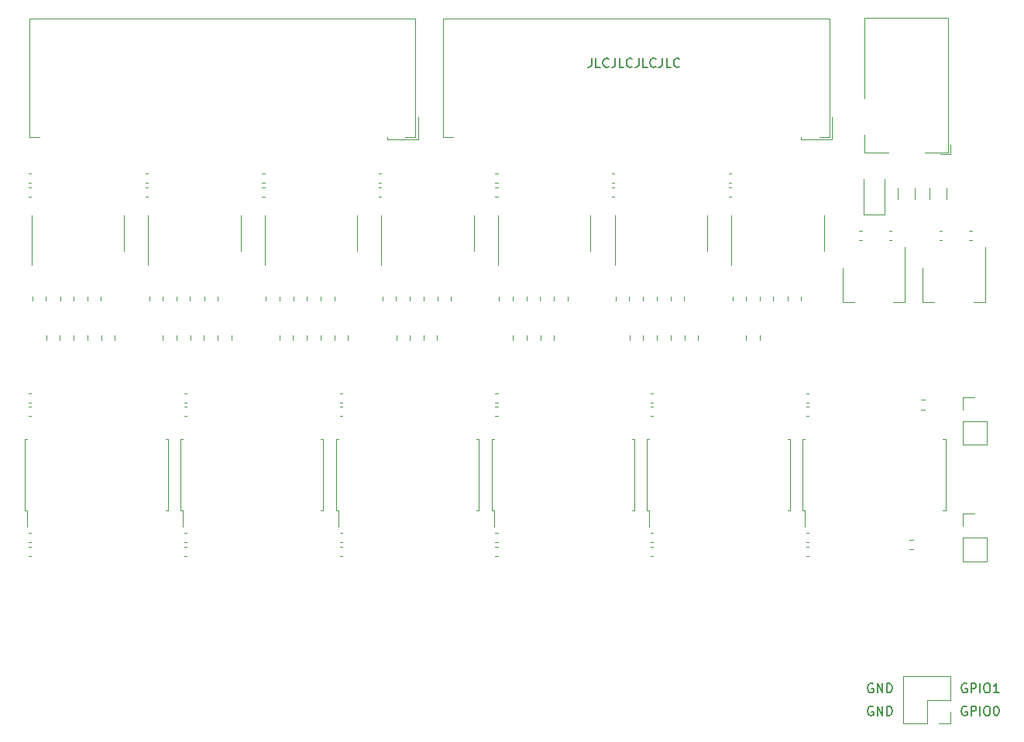
<source format=gbr>
%TF.GenerationSoftware,KiCad,Pcbnew,7.0.8*%
%TF.CreationDate,2023-10-20T14:11:59-05:00*%
%TF.ProjectId,breakout1,62726561-6b6f-4757-9431-2e6b69636164,rev?*%
%TF.SameCoordinates,Original*%
%TF.FileFunction,Legend,Top*%
%TF.FilePolarity,Positive*%
%FSLAX46Y46*%
G04 Gerber Fmt 4.6, Leading zero omitted, Abs format (unit mm)*
G04 Created by KiCad (PCBNEW 7.0.8) date 2023-10-20 14:11:59*
%MOMM*%
%LPD*%
G01*
G04 APERTURE LIST*
%ADD10C,0.150000*%
%ADD11C,0.120000*%
G04 APERTURE END LIST*
D10*
X175122493Y-43119819D02*
X175122493Y-43834104D01*
X175122493Y-43834104D02*
X175074874Y-43976961D01*
X175074874Y-43976961D02*
X174979636Y-44072200D01*
X174979636Y-44072200D02*
X174836779Y-44119819D01*
X174836779Y-44119819D02*
X174741541Y-44119819D01*
X176074874Y-44119819D02*
X175598684Y-44119819D01*
X175598684Y-44119819D02*
X175598684Y-43119819D01*
X176979636Y-44024580D02*
X176932017Y-44072200D01*
X176932017Y-44072200D02*
X176789160Y-44119819D01*
X176789160Y-44119819D02*
X176693922Y-44119819D01*
X176693922Y-44119819D02*
X176551065Y-44072200D01*
X176551065Y-44072200D02*
X176455827Y-43976961D01*
X176455827Y-43976961D02*
X176408208Y-43881723D01*
X176408208Y-43881723D02*
X176360589Y-43691247D01*
X176360589Y-43691247D02*
X176360589Y-43548390D01*
X176360589Y-43548390D02*
X176408208Y-43357914D01*
X176408208Y-43357914D02*
X176455827Y-43262676D01*
X176455827Y-43262676D02*
X176551065Y-43167438D01*
X176551065Y-43167438D02*
X176693922Y-43119819D01*
X176693922Y-43119819D02*
X176789160Y-43119819D01*
X176789160Y-43119819D02*
X176932017Y-43167438D01*
X176932017Y-43167438D02*
X176979636Y-43215057D01*
X177693922Y-43119819D02*
X177693922Y-43834104D01*
X177693922Y-43834104D02*
X177646303Y-43976961D01*
X177646303Y-43976961D02*
X177551065Y-44072200D01*
X177551065Y-44072200D02*
X177408208Y-44119819D01*
X177408208Y-44119819D02*
X177312970Y-44119819D01*
X178646303Y-44119819D02*
X178170113Y-44119819D01*
X178170113Y-44119819D02*
X178170113Y-43119819D01*
X179551065Y-44024580D02*
X179503446Y-44072200D01*
X179503446Y-44072200D02*
X179360589Y-44119819D01*
X179360589Y-44119819D02*
X179265351Y-44119819D01*
X179265351Y-44119819D02*
X179122494Y-44072200D01*
X179122494Y-44072200D02*
X179027256Y-43976961D01*
X179027256Y-43976961D02*
X178979637Y-43881723D01*
X178979637Y-43881723D02*
X178932018Y-43691247D01*
X178932018Y-43691247D02*
X178932018Y-43548390D01*
X178932018Y-43548390D02*
X178979637Y-43357914D01*
X178979637Y-43357914D02*
X179027256Y-43262676D01*
X179027256Y-43262676D02*
X179122494Y-43167438D01*
X179122494Y-43167438D02*
X179265351Y-43119819D01*
X179265351Y-43119819D02*
X179360589Y-43119819D01*
X179360589Y-43119819D02*
X179503446Y-43167438D01*
X179503446Y-43167438D02*
X179551065Y-43215057D01*
X180265351Y-43119819D02*
X180265351Y-43834104D01*
X180265351Y-43834104D02*
X180217732Y-43976961D01*
X180217732Y-43976961D02*
X180122494Y-44072200D01*
X180122494Y-44072200D02*
X179979637Y-44119819D01*
X179979637Y-44119819D02*
X179884399Y-44119819D01*
X181217732Y-44119819D02*
X180741542Y-44119819D01*
X180741542Y-44119819D02*
X180741542Y-43119819D01*
X182122494Y-44024580D02*
X182074875Y-44072200D01*
X182074875Y-44072200D02*
X181932018Y-44119819D01*
X181932018Y-44119819D02*
X181836780Y-44119819D01*
X181836780Y-44119819D02*
X181693923Y-44072200D01*
X181693923Y-44072200D02*
X181598685Y-43976961D01*
X181598685Y-43976961D02*
X181551066Y-43881723D01*
X181551066Y-43881723D02*
X181503447Y-43691247D01*
X181503447Y-43691247D02*
X181503447Y-43548390D01*
X181503447Y-43548390D02*
X181551066Y-43357914D01*
X181551066Y-43357914D02*
X181598685Y-43262676D01*
X181598685Y-43262676D02*
X181693923Y-43167438D01*
X181693923Y-43167438D02*
X181836780Y-43119819D01*
X181836780Y-43119819D02*
X181932018Y-43119819D01*
X181932018Y-43119819D02*
X182074875Y-43167438D01*
X182074875Y-43167438D02*
X182122494Y-43215057D01*
X182836780Y-43119819D02*
X182836780Y-43834104D01*
X182836780Y-43834104D02*
X182789161Y-43976961D01*
X182789161Y-43976961D02*
X182693923Y-44072200D01*
X182693923Y-44072200D02*
X182551066Y-44119819D01*
X182551066Y-44119819D02*
X182455828Y-44119819D01*
X183789161Y-44119819D02*
X183312971Y-44119819D01*
X183312971Y-44119819D02*
X183312971Y-43119819D01*
X184693923Y-44024580D02*
X184646304Y-44072200D01*
X184646304Y-44072200D02*
X184503447Y-44119819D01*
X184503447Y-44119819D02*
X184408209Y-44119819D01*
X184408209Y-44119819D02*
X184265352Y-44072200D01*
X184265352Y-44072200D02*
X184170114Y-43976961D01*
X184170114Y-43976961D02*
X184122495Y-43881723D01*
X184122495Y-43881723D02*
X184074876Y-43691247D01*
X184074876Y-43691247D02*
X184074876Y-43548390D01*
X184074876Y-43548390D02*
X184122495Y-43357914D01*
X184122495Y-43357914D02*
X184170114Y-43262676D01*
X184170114Y-43262676D02*
X184265352Y-43167438D01*
X184265352Y-43167438D02*
X184408209Y-43119819D01*
X184408209Y-43119819D02*
X184503447Y-43119819D01*
X184503447Y-43119819D02*
X184646304Y-43167438D01*
X184646304Y-43167438D02*
X184693923Y-43215057D01*
X216110588Y-111502438D02*
X216015350Y-111454819D01*
X216015350Y-111454819D02*
X215872493Y-111454819D01*
X215872493Y-111454819D02*
X215729636Y-111502438D01*
X215729636Y-111502438D02*
X215634398Y-111597676D01*
X215634398Y-111597676D02*
X215586779Y-111692914D01*
X215586779Y-111692914D02*
X215539160Y-111883390D01*
X215539160Y-111883390D02*
X215539160Y-112026247D01*
X215539160Y-112026247D02*
X215586779Y-112216723D01*
X215586779Y-112216723D02*
X215634398Y-112311961D01*
X215634398Y-112311961D02*
X215729636Y-112407200D01*
X215729636Y-112407200D02*
X215872493Y-112454819D01*
X215872493Y-112454819D02*
X215967731Y-112454819D01*
X215967731Y-112454819D02*
X216110588Y-112407200D01*
X216110588Y-112407200D02*
X216158207Y-112359580D01*
X216158207Y-112359580D02*
X216158207Y-112026247D01*
X216158207Y-112026247D02*
X215967731Y-112026247D01*
X216586779Y-112454819D02*
X216586779Y-111454819D01*
X216586779Y-111454819D02*
X216967731Y-111454819D01*
X216967731Y-111454819D02*
X217062969Y-111502438D01*
X217062969Y-111502438D02*
X217110588Y-111550057D01*
X217110588Y-111550057D02*
X217158207Y-111645295D01*
X217158207Y-111645295D02*
X217158207Y-111788152D01*
X217158207Y-111788152D02*
X217110588Y-111883390D01*
X217110588Y-111883390D02*
X217062969Y-111931009D01*
X217062969Y-111931009D02*
X216967731Y-111978628D01*
X216967731Y-111978628D02*
X216586779Y-111978628D01*
X217586779Y-112454819D02*
X217586779Y-111454819D01*
X218253445Y-111454819D02*
X218443921Y-111454819D01*
X218443921Y-111454819D02*
X218539159Y-111502438D01*
X218539159Y-111502438D02*
X218634397Y-111597676D01*
X218634397Y-111597676D02*
X218682016Y-111788152D01*
X218682016Y-111788152D02*
X218682016Y-112121485D01*
X218682016Y-112121485D02*
X218634397Y-112311961D01*
X218634397Y-112311961D02*
X218539159Y-112407200D01*
X218539159Y-112407200D02*
X218443921Y-112454819D01*
X218443921Y-112454819D02*
X218253445Y-112454819D01*
X218253445Y-112454819D02*
X218158207Y-112407200D01*
X218158207Y-112407200D02*
X218062969Y-112311961D01*
X218062969Y-112311961D02*
X218015350Y-112121485D01*
X218015350Y-112121485D02*
X218015350Y-111788152D01*
X218015350Y-111788152D02*
X218062969Y-111597676D01*
X218062969Y-111597676D02*
X218158207Y-111502438D01*
X218158207Y-111502438D02*
X218253445Y-111454819D01*
X219634397Y-112454819D02*
X219062969Y-112454819D01*
X219348683Y-112454819D02*
X219348683Y-111454819D01*
X219348683Y-111454819D02*
X219253445Y-111597676D01*
X219253445Y-111597676D02*
X219158207Y-111692914D01*
X219158207Y-111692914D02*
X219062969Y-111740533D01*
X216110588Y-114002438D02*
X216015350Y-113954819D01*
X216015350Y-113954819D02*
X215872493Y-113954819D01*
X215872493Y-113954819D02*
X215729636Y-114002438D01*
X215729636Y-114002438D02*
X215634398Y-114097676D01*
X215634398Y-114097676D02*
X215586779Y-114192914D01*
X215586779Y-114192914D02*
X215539160Y-114383390D01*
X215539160Y-114383390D02*
X215539160Y-114526247D01*
X215539160Y-114526247D02*
X215586779Y-114716723D01*
X215586779Y-114716723D02*
X215634398Y-114811961D01*
X215634398Y-114811961D02*
X215729636Y-114907200D01*
X215729636Y-114907200D02*
X215872493Y-114954819D01*
X215872493Y-114954819D02*
X215967731Y-114954819D01*
X215967731Y-114954819D02*
X216110588Y-114907200D01*
X216110588Y-114907200D02*
X216158207Y-114859580D01*
X216158207Y-114859580D02*
X216158207Y-114526247D01*
X216158207Y-114526247D02*
X215967731Y-114526247D01*
X216586779Y-114954819D02*
X216586779Y-113954819D01*
X216586779Y-113954819D02*
X216967731Y-113954819D01*
X216967731Y-113954819D02*
X217062969Y-114002438D01*
X217062969Y-114002438D02*
X217110588Y-114050057D01*
X217110588Y-114050057D02*
X217158207Y-114145295D01*
X217158207Y-114145295D02*
X217158207Y-114288152D01*
X217158207Y-114288152D02*
X217110588Y-114383390D01*
X217110588Y-114383390D02*
X217062969Y-114431009D01*
X217062969Y-114431009D02*
X216967731Y-114478628D01*
X216967731Y-114478628D02*
X216586779Y-114478628D01*
X217586779Y-114954819D02*
X217586779Y-113954819D01*
X218253445Y-113954819D02*
X218443921Y-113954819D01*
X218443921Y-113954819D02*
X218539159Y-114002438D01*
X218539159Y-114002438D02*
X218634397Y-114097676D01*
X218634397Y-114097676D02*
X218682016Y-114288152D01*
X218682016Y-114288152D02*
X218682016Y-114621485D01*
X218682016Y-114621485D02*
X218634397Y-114811961D01*
X218634397Y-114811961D02*
X218539159Y-114907200D01*
X218539159Y-114907200D02*
X218443921Y-114954819D01*
X218443921Y-114954819D02*
X218253445Y-114954819D01*
X218253445Y-114954819D02*
X218158207Y-114907200D01*
X218158207Y-114907200D02*
X218062969Y-114811961D01*
X218062969Y-114811961D02*
X218015350Y-114621485D01*
X218015350Y-114621485D02*
X218015350Y-114288152D01*
X218015350Y-114288152D02*
X218062969Y-114097676D01*
X218062969Y-114097676D02*
X218158207Y-114002438D01*
X218158207Y-114002438D02*
X218253445Y-113954819D01*
X219301064Y-113954819D02*
X219396302Y-113954819D01*
X219396302Y-113954819D02*
X219491540Y-114002438D01*
X219491540Y-114002438D02*
X219539159Y-114050057D01*
X219539159Y-114050057D02*
X219586778Y-114145295D01*
X219586778Y-114145295D02*
X219634397Y-114335771D01*
X219634397Y-114335771D02*
X219634397Y-114573866D01*
X219634397Y-114573866D02*
X219586778Y-114764342D01*
X219586778Y-114764342D02*
X219539159Y-114859580D01*
X219539159Y-114859580D02*
X219491540Y-114907200D01*
X219491540Y-114907200D02*
X219396302Y-114954819D01*
X219396302Y-114954819D02*
X219301064Y-114954819D01*
X219301064Y-114954819D02*
X219205826Y-114907200D01*
X219205826Y-114907200D02*
X219158207Y-114859580D01*
X219158207Y-114859580D02*
X219110588Y-114764342D01*
X219110588Y-114764342D02*
X219062969Y-114573866D01*
X219062969Y-114573866D02*
X219062969Y-114335771D01*
X219062969Y-114335771D02*
X219110588Y-114145295D01*
X219110588Y-114145295D02*
X219158207Y-114050057D01*
X219158207Y-114050057D02*
X219205826Y-114002438D01*
X219205826Y-114002438D02*
X219301064Y-113954819D01*
X205865601Y-114002438D02*
X205770363Y-113954819D01*
X205770363Y-113954819D02*
X205627506Y-113954819D01*
X205627506Y-113954819D02*
X205484649Y-114002438D01*
X205484649Y-114002438D02*
X205389411Y-114097676D01*
X205389411Y-114097676D02*
X205341792Y-114192914D01*
X205341792Y-114192914D02*
X205294173Y-114383390D01*
X205294173Y-114383390D02*
X205294173Y-114526247D01*
X205294173Y-114526247D02*
X205341792Y-114716723D01*
X205341792Y-114716723D02*
X205389411Y-114811961D01*
X205389411Y-114811961D02*
X205484649Y-114907200D01*
X205484649Y-114907200D02*
X205627506Y-114954819D01*
X205627506Y-114954819D02*
X205722744Y-114954819D01*
X205722744Y-114954819D02*
X205865601Y-114907200D01*
X205865601Y-114907200D02*
X205913220Y-114859580D01*
X205913220Y-114859580D02*
X205913220Y-114526247D01*
X205913220Y-114526247D02*
X205722744Y-114526247D01*
X206341792Y-114954819D02*
X206341792Y-113954819D01*
X206341792Y-113954819D02*
X206913220Y-114954819D01*
X206913220Y-114954819D02*
X206913220Y-113954819D01*
X207389411Y-114954819D02*
X207389411Y-113954819D01*
X207389411Y-113954819D02*
X207627506Y-113954819D01*
X207627506Y-113954819D02*
X207770363Y-114002438D01*
X207770363Y-114002438D02*
X207865601Y-114097676D01*
X207865601Y-114097676D02*
X207913220Y-114192914D01*
X207913220Y-114192914D02*
X207960839Y-114383390D01*
X207960839Y-114383390D02*
X207960839Y-114526247D01*
X207960839Y-114526247D02*
X207913220Y-114716723D01*
X207913220Y-114716723D02*
X207865601Y-114811961D01*
X207865601Y-114811961D02*
X207770363Y-114907200D01*
X207770363Y-114907200D02*
X207627506Y-114954819D01*
X207627506Y-114954819D02*
X207389411Y-114954819D01*
X205865601Y-111502438D02*
X205770363Y-111454819D01*
X205770363Y-111454819D02*
X205627506Y-111454819D01*
X205627506Y-111454819D02*
X205484649Y-111502438D01*
X205484649Y-111502438D02*
X205389411Y-111597676D01*
X205389411Y-111597676D02*
X205341792Y-111692914D01*
X205341792Y-111692914D02*
X205294173Y-111883390D01*
X205294173Y-111883390D02*
X205294173Y-112026247D01*
X205294173Y-112026247D02*
X205341792Y-112216723D01*
X205341792Y-112216723D02*
X205389411Y-112311961D01*
X205389411Y-112311961D02*
X205484649Y-112407200D01*
X205484649Y-112407200D02*
X205627506Y-112454819D01*
X205627506Y-112454819D02*
X205722744Y-112454819D01*
X205722744Y-112454819D02*
X205865601Y-112407200D01*
X205865601Y-112407200D02*
X205913220Y-112359580D01*
X205913220Y-112359580D02*
X205913220Y-112026247D01*
X205913220Y-112026247D02*
X205722744Y-112026247D01*
X206341792Y-112454819D02*
X206341792Y-111454819D01*
X206341792Y-111454819D02*
X206913220Y-112454819D01*
X206913220Y-112454819D02*
X206913220Y-111454819D01*
X207389411Y-112454819D02*
X207389411Y-111454819D01*
X207389411Y-111454819D02*
X207627506Y-111454819D01*
X207627506Y-111454819D02*
X207770363Y-111502438D01*
X207770363Y-111502438D02*
X207865601Y-111597676D01*
X207865601Y-111597676D02*
X207913220Y-111692914D01*
X207913220Y-111692914D02*
X207960839Y-111883390D01*
X207960839Y-111883390D02*
X207960839Y-112026247D01*
X207960839Y-112026247D02*
X207913220Y-112216723D01*
X207913220Y-112216723D02*
X207865601Y-112311961D01*
X207865601Y-112311961D02*
X207770363Y-112407200D01*
X207770363Y-112407200D02*
X207627506Y-112454819D01*
X207627506Y-112454819D02*
X207389411Y-112454819D01*
D11*
%TO.C,U15*%
X218110000Y-63800000D02*
X218110000Y-69810000D01*
X211290000Y-66050000D02*
X211290000Y-69810000D01*
X218110000Y-69810000D02*
X216850000Y-69810000D01*
X211290000Y-69810000D02*
X212550000Y-69810000D01*
%TO.C,C12*%
X126615580Y-56760000D02*
X126334420Y-56760000D01*
X126615580Y-55740000D02*
X126334420Y-55740000D01*
%TO.C,R6*%
X143985000Y-69185436D02*
X143985000Y-69639564D01*
X142515000Y-69185436D02*
X142515000Y-69639564D01*
%TO.C,C33*%
X130865580Y-96010000D02*
X130584420Y-96010000D01*
X130865580Y-94990000D02*
X130584420Y-94990000D01*
%TO.C,R2*%
X153735000Y-69185436D02*
X153735000Y-69639564D01*
X152265000Y-69185436D02*
X152265000Y-69639564D01*
%TO.C,C13*%
X113865580Y-56760000D02*
X113584420Y-56760000D01*
X113865580Y-55740000D02*
X113584420Y-55740000D01*
%TO.C,C15*%
X113865580Y-82260000D02*
X113584420Y-82260000D01*
X113865580Y-81240000D02*
X113584420Y-81240000D01*
%TO.C,U3*%
X139365000Y-62225000D02*
X139365000Y-65675000D01*
X139365000Y-62225000D02*
X139365000Y-60275000D01*
X149485000Y-62225000D02*
X149485000Y-64175000D01*
X149485000Y-62225000D02*
X149485000Y-60275000D01*
%TO.C,C41*%
X216384420Y-61990000D02*
X216665580Y-61990000D01*
X216384420Y-63010000D02*
X216665580Y-63010000D01*
%TO.C,C8*%
X152115580Y-58260000D02*
X151834420Y-58260000D01*
X152115580Y-57240000D02*
X151834420Y-57240000D01*
%TO.C,C28*%
X130865580Y-80760000D02*
X130584420Y-80760000D01*
X130865580Y-79740000D02*
X130584420Y-79740000D01*
%TO.C,R16*%
X121485000Y-69185436D02*
X121485000Y-69639564D01*
X120015000Y-69185436D02*
X120015000Y-69639564D01*
%TO.C,C14*%
X113865580Y-58260000D02*
X113584420Y-58260000D01*
X113865580Y-57240000D02*
X113584420Y-57240000D01*
%TO.C,C36*%
X147865580Y-97510000D02*
X147584420Y-97510000D01*
X147865580Y-96490000D02*
X147584420Y-96490000D01*
%TO.C,C9*%
X139365580Y-58260000D02*
X139084420Y-58260000D01*
X139365580Y-57240000D02*
X139084420Y-57240000D01*
%TO.C,C29*%
X147865580Y-82260000D02*
X147584420Y-82260000D01*
X147865580Y-81240000D02*
X147584420Y-81240000D01*
%TO.C,R17*%
X119985000Y-73435436D02*
X119985000Y-73889564D01*
X118515000Y-73435436D02*
X118515000Y-73889564D01*
%TO.C,R34*%
X211087742Y-80477500D02*
X211562258Y-80477500D01*
X211087742Y-81522500D02*
X211562258Y-81522500D01*
%TO.C,R23*%
X182235000Y-69185436D02*
X182235000Y-69639564D01*
X180765000Y-69185436D02*
X180765000Y-69639564D01*
%TO.C,C24*%
X198865580Y-80760000D02*
X198584420Y-80760000D01*
X198865580Y-79740000D02*
X198584420Y-79740000D01*
%TO.C,D1*%
X204865000Y-60185000D02*
X207135000Y-60185000D01*
X207135000Y-60185000D02*
X207135000Y-56300000D01*
X204865000Y-56300000D02*
X204865000Y-60185000D01*
%TO.C,U2*%
X126635000Y-62225000D02*
X126635000Y-65675000D01*
X126635000Y-62225000D02*
X126635000Y-60275000D01*
X136755000Y-62225000D02*
X136755000Y-64175000D01*
X136755000Y-62225000D02*
X136755000Y-60275000D01*
%TO.C,U5*%
X177635000Y-62225000D02*
X177635000Y-65675000D01*
X177635000Y-62225000D02*
X177635000Y-60275000D01*
X187755000Y-62225000D02*
X187755000Y-64175000D01*
X187755000Y-62225000D02*
X187755000Y-60275000D01*
%TO.C,R32*%
X167985000Y-73435436D02*
X167985000Y-73889564D01*
X166515000Y-73435436D02*
X166515000Y-73889564D01*
%TO.C,C16*%
X113865580Y-80760000D02*
X113584420Y-80760000D01*
X113865580Y-79740000D02*
X113584420Y-79740000D01*
%TO.C,R38*%
X170985000Y-73435436D02*
X170985000Y-73889564D01*
X169515000Y-73435436D02*
X169515000Y-73889564D01*
%TO.C,R5*%
X145485000Y-73435436D02*
X145485000Y-73889564D01*
X144015000Y-73435436D02*
X144015000Y-73889564D01*
%TO.C,C37*%
X181865580Y-96010000D02*
X181584420Y-96010000D01*
X181865580Y-94990000D02*
X181584420Y-94990000D01*
%TO.C,R30*%
X180735000Y-73435436D02*
X180735000Y-73889564D01*
X179265000Y-73435436D02*
X179265000Y-73889564D01*
%TO.C,C1*%
X164865580Y-58260000D02*
X164584420Y-58260000D01*
X164865580Y-57240000D02*
X164584420Y-57240000D01*
%TO.C,FB1*%
X208590000Y-58502064D02*
X208590000Y-57297936D01*
X210410000Y-58502064D02*
X210410000Y-57297936D01*
%TO.C,C23*%
X198865580Y-82260000D02*
X198584420Y-82260000D01*
X198865580Y-81240000D02*
X198584420Y-81240000D01*
%TO.C,U6*%
X190385000Y-62225000D02*
X190385000Y-65675000D01*
X190385000Y-62225000D02*
X190385000Y-60275000D01*
X200505000Y-62225000D02*
X200505000Y-64175000D01*
X200505000Y-62225000D02*
X200505000Y-60275000D01*
%TO.C,U14*%
X209360000Y-63800000D02*
X209360000Y-69810000D01*
X202540000Y-66050000D02*
X202540000Y-69810000D01*
X209360000Y-69810000D02*
X208100000Y-69810000D01*
X202540000Y-69810000D02*
X203800000Y-69810000D01*
%TO.C,R15*%
X122985000Y-73435436D02*
X122985000Y-73889564D01*
X121515000Y-73435436D02*
X121515000Y-73889564D01*
%TO.C,R40*%
X158235000Y-73435436D02*
X158235000Y-73889564D01*
X156765000Y-73435436D02*
X156765000Y-73889564D01*
%TO.C,R21*%
X194985000Y-69185436D02*
X194985000Y-69639564D01*
X193515000Y-69185436D02*
X193515000Y-69639564D01*
%TO.C,C6*%
X190365580Y-56760000D02*
X190084420Y-56760000D01*
X190365580Y-55740000D02*
X190084420Y-55740000D01*
%TO.C,R19*%
X116985000Y-73435436D02*
X116985000Y-73889564D01*
X115515000Y-73435436D02*
X115515000Y-73889564D01*
%TO.C,R20*%
X115485000Y-69185436D02*
X115485000Y-69639564D01*
X114015000Y-69185436D02*
X114015000Y-69639564D01*
%TO.C,C3*%
X177615580Y-58260000D02*
X177334420Y-58260000D01*
X177615580Y-57240000D02*
X177334420Y-57240000D01*
%TO.C,C19*%
X198865580Y-96010000D02*
X198584420Y-96010000D01*
X198865580Y-94990000D02*
X198584420Y-94990000D01*
%TO.C,J6*%
X214370000Y-115870000D02*
X213040000Y-115870000D01*
X214370000Y-114540000D02*
X214370000Y-115870000D01*
X214370000Y-113270000D02*
X214370000Y-110670000D01*
X214370000Y-113270000D02*
X211770000Y-113270000D01*
X214370000Y-110670000D02*
X209170000Y-110670000D01*
X211770000Y-115870000D02*
X209170000Y-115870000D01*
X211770000Y-113270000D02*
X211770000Y-115870000D01*
X209170000Y-115870000D02*
X209170000Y-110670000D01*
%TO.C,R37*%
X179235000Y-69185436D02*
X179235000Y-69639564D01*
X177765000Y-69185436D02*
X177765000Y-69639564D01*
%TO.C,C30*%
X147865580Y-80760000D02*
X147584420Y-80760000D01*
X147865580Y-79740000D02*
X147584420Y-79740000D01*
%TO.C,U8*%
X130175000Y-92510000D02*
X130440000Y-92510000D01*
X130440000Y-92510000D02*
X130440000Y-94325000D01*
X145795000Y-92510000D02*
X145530000Y-92510000D01*
X130175000Y-88650000D02*
X130175000Y-92510000D01*
X130175000Y-88650000D02*
X130175000Y-84790000D01*
X145795000Y-88650000D02*
X145795000Y-92510000D01*
X145795000Y-88650000D02*
X145795000Y-84790000D01*
X130175000Y-84790000D02*
X130440000Y-84790000D01*
X145795000Y-84790000D02*
X145530000Y-84790000D01*
%TO.C,R22*%
X186735000Y-73435436D02*
X186735000Y-73889564D01*
X185265000Y-73435436D02*
X185265000Y-73889564D01*
%TO.C,R29*%
X185235000Y-69185436D02*
X185235000Y-69639564D01*
X183765000Y-69185436D02*
X183765000Y-69639564D01*
%TO.C,U12*%
X147175000Y-92510000D02*
X147440000Y-92510000D01*
X147440000Y-92510000D02*
X147440000Y-94325000D01*
X162795000Y-92510000D02*
X162530000Y-92510000D01*
X147175000Y-88650000D02*
X147175000Y-92510000D01*
X147175000Y-88650000D02*
X147175000Y-84790000D01*
X162795000Y-88650000D02*
X162795000Y-92510000D01*
X162795000Y-88650000D02*
X162795000Y-84790000D01*
X147175000Y-84790000D02*
X147440000Y-84790000D01*
X162795000Y-84790000D02*
X162530000Y-84790000D01*
%TO.C,C11*%
X126615580Y-58260000D02*
X126334420Y-58260000D01*
X126615580Y-57240000D02*
X126334420Y-57240000D01*
%TO.C,C18*%
X113865580Y-97510000D02*
X113584420Y-97510000D01*
X113865580Y-96490000D02*
X113584420Y-96490000D01*
%TO.C,R7*%
X142485000Y-73435436D02*
X142485000Y-73889564D01*
X141015000Y-73435436D02*
X141015000Y-73889564D01*
%TO.C,R35*%
X191985000Y-69185436D02*
X191985000Y-69639564D01*
X190515000Y-69185436D02*
X190515000Y-69639564D01*
%TO.C,R26*%
X197985000Y-69185436D02*
X197985000Y-69639564D01*
X196515000Y-69185436D02*
X196515000Y-69639564D01*
%TO.C,C2*%
X164865580Y-56760000D02*
X164584420Y-56760000D01*
X164865580Y-55740000D02*
X164584420Y-55740000D01*
%TO.C,JP1*%
X215670000Y-80170000D02*
X217000000Y-80170000D01*
X215670000Y-81500000D02*
X215670000Y-80170000D01*
X215670000Y-82770000D02*
X215670000Y-85370000D01*
X215670000Y-82770000D02*
X218330000Y-82770000D01*
X215670000Y-85370000D02*
X218330000Y-85370000D01*
X218330000Y-82770000D02*
X218330000Y-85370000D01*
%TO.C,U10*%
X198175000Y-92510000D02*
X198440000Y-92510000D01*
X198440000Y-92510000D02*
X198440000Y-94325000D01*
X213795000Y-92510000D02*
X213530000Y-92510000D01*
X198175000Y-88650000D02*
X198175000Y-92510000D01*
X198175000Y-88650000D02*
X198175000Y-84790000D01*
X213795000Y-88650000D02*
X213795000Y-92510000D01*
X213795000Y-88650000D02*
X213795000Y-84790000D01*
X198175000Y-84790000D02*
X198440000Y-84790000D01*
X213795000Y-84790000D02*
X213530000Y-84790000D01*
%TO.C,C5*%
X190365580Y-58260000D02*
X190084420Y-58260000D01*
X190365580Y-57240000D02*
X190084420Y-57240000D01*
%TO.C,R14*%
X128235000Y-69185436D02*
X128235000Y-69639564D01*
X126765000Y-69185436D02*
X126765000Y-69639564D01*
%TO.C,C35*%
X147865580Y-96010000D02*
X147584420Y-96010000D01*
X147865580Y-94990000D02*
X147584420Y-94990000D01*
%TO.C,J1*%
X156160000Y-52010000D02*
X156160000Y-49510000D01*
X155860000Y-51710000D02*
X155860000Y-38790000D01*
X155860000Y-38790000D02*
X134750000Y-38790000D01*
X154750000Y-51710000D02*
X155860000Y-51710000D01*
X152750000Y-52010000D02*
X156160000Y-52010000D01*
X152750000Y-51760000D02*
X152750000Y-52010000D01*
X114750000Y-51710000D02*
X113640000Y-51710000D01*
X113640000Y-51710000D02*
X113640000Y-38790000D01*
X113640000Y-38790000D02*
X134750000Y-38790000D01*
%TO.C,R36*%
X183735000Y-73435436D02*
X183735000Y-73889564D01*
X182265000Y-73435436D02*
X182265000Y-73889564D01*
%TO.C,C4*%
X177615580Y-56760000D02*
X177334420Y-56760000D01*
X177615580Y-55740000D02*
X177334420Y-55740000D01*
%TO.C,C26*%
X164865580Y-80760000D02*
X164584420Y-80760000D01*
X164865580Y-79740000D02*
X164584420Y-79740000D01*
%TO.C,R13*%
X129735000Y-73435436D02*
X129735000Y-73889564D01*
X128265000Y-73435436D02*
X128265000Y-73889564D01*
%TO.C,R1*%
X155235000Y-73435436D02*
X155235000Y-73889564D01*
X153765000Y-73435436D02*
X153765000Y-73889564D01*
%TO.C,C40*%
X204384420Y-61990000D02*
X204665580Y-61990000D01*
X204384420Y-63010000D02*
X204665580Y-63010000D01*
%TO.C,C21*%
X164865580Y-96010000D02*
X164584420Y-96010000D01*
X164865580Y-94990000D02*
X164584420Y-94990000D01*
%TO.C,R33*%
X159735000Y-69185436D02*
X159735000Y-69639564D01*
X158265000Y-69185436D02*
X158265000Y-69639564D01*
%TO.C,R31*%
X166485000Y-69185436D02*
X166485000Y-69639564D01*
X165015000Y-69185436D02*
X165015000Y-69639564D01*
%TO.C,C10*%
X139365580Y-56760000D02*
X139084420Y-56760000D01*
X139365580Y-55740000D02*
X139084420Y-55740000D01*
%TO.C,R27*%
X156735000Y-69185436D02*
X156735000Y-69639564D01*
X155265000Y-69185436D02*
X155265000Y-69639564D01*
%TO.C,C38*%
X181865580Y-97510000D02*
X181584420Y-97510000D01*
X181865580Y-96490000D02*
X181584420Y-96490000D01*
%TO.C,R12*%
X131235000Y-69185436D02*
X131235000Y-69639564D01*
X129765000Y-69185436D02*
X129765000Y-69639564D01*
%TO.C,R11*%
X132735000Y-73435436D02*
X132735000Y-73889564D01*
X131265000Y-73435436D02*
X131265000Y-73889564D01*
%TO.C,F1*%
X213910000Y-57297936D02*
X213910000Y-58502064D01*
X212090000Y-57297936D02*
X212090000Y-58502064D01*
%TO.C,C7*%
X152115580Y-56760000D02*
X151834420Y-56760000D01*
X152115580Y-55740000D02*
X151834420Y-55740000D01*
%TO.C,R18*%
X118485000Y-69185436D02*
X118485000Y-69639564D01*
X117015000Y-69185436D02*
X117015000Y-69639564D01*
%TO.C,R4*%
X146985000Y-69185436D02*
X146985000Y-69639564D01*
X145515000Y-69185436D02*
X145515000Y-69639564D01*
%TO.C,C31*%
X181865580Y-82260000D02*
X181584420Y-82260000D01*
X181865580Y-81240000D02*
X181584420Y-81240000D01*
%TO.C,R9*%
X135735000Y-73435436D02*
X135735000Y-73889564D01*
X134265000Y-73435436D02*
X134265000Y-73889564D01*
%TO.C,R39*%
X209837742Y-95727500D02*
X210312258Y-95727500D01*
X209837742Y-96772500D02*
X210312258Y-96772500D01*
%TO.C,R8*%
X140985000Y-69185436D02*
X140985000Y-69639564D01*
X139515000Y-69185436D02*
X139515000Y-69639564D01*
%TO.C,R25*%
X169485000Y-69185436D02*
X169485000Y-69639564D01*
X168015000Y-69185436D02*
X168015000Y-69639564D01*
%TO.C,J4*%
X214100000Y-38700000D02*
X214100000Y-53400000D01*
X204900000Y-38700000D02*
X214100000Y-38700000D01*
X204900000Y-47500000D02*
X204900000Y-38700000D01*
X214300000Y-52550000D02*
X214300000Y-53600000D01*
X214100000Y-53400000D02*
X211500000Y-53400000D01*
X207600000Y-53400000D02*
X204900000Y-53400000D01*
X204900000Y-53400000D02*
X204900000Y-51500000D01*
X213250000Y-53600000D02*
X214300000Y-53600000D01*
%TO.C,U4*%
X164885000Y-62225000D02*
X164885000Y-65675000D01*
X164885000Y-62225000D02*
X164885000Y-60275000D01*
X175005000Y-62225000D02*
X175005000Y-64175000D01*
X175005000Y-62225000D02*
X175005000Y-60275000D01*
%TO.C,U13*%
X181175000Y-92510000D02*
X181440000Y-92510000D01*
X181440000Y-92510000D02*
X181440000Y-94325000D01*
X196795000Y-92510000D02*
X196530000Y-92510000D01*
X181175000Y-88650000D02*
X181175000Y-92510000D01*
X181175000Y-88650000D02*
X181175000Y-84790000D01*
X196795000Y-88650000D02*
X196795000Y-92510000D01*
X196795000Y-88650000D02*
X196795000Y-84790000D01*
X181175000Y-84790000D02*
X181440000Y-84790000D01*
X196795000Y-84790000D02*
X196530000Y-84790000D01*
%TO.C,C39*%
X207634420Y-61990000D02*
X207915580Y-61990000D01*
X207634420Y-63010000D02*
X207915580Y-63010000D01*
%TO.C,JP2*%
X215670000Y-92920000D02*
X217000000Y-92920000D01*
X215670000Y-94250000D02*
X215670000Y-92920000D01*
X215670000Y-95520000D02*
X215670000Y-98120000D01*
X215670000Y-95520000D02*
X218330000Y-95520000D01*
X215670000Y-98120000D02*
X218330000Y-98120000D01*
X218330000Y-95520000D02*
X218330000Y-98120000D01*
%TO.C,R28*%
X193485000Y-73435436D02*
X193485000Y-73889564D01*
X192015000Y-73435436D02*
X192015000Y-73889564D01*
%TO.C,C32*%
X181865580Y-80760000D02*
X181584420Y-80760000D01*
X181865580Y-79740000D02*
X181584420Y-79740000D01*
%TO.C,C17*%
X113865580Y-96010000D02*
X113584420Y-96010000D01*
X113865580Y-94990000D02*
X113584420Y-94990000D01*
%TO.C,U7*%
X152135000Y-62225000D02*
X152135000Y-65675000D01*
X152135000Y-62225000D02*
X152135000Y-60275000D01*
X162255000Y-62225000D02*
X162255000Y-64175000D01*
X162255000Y-62225000D02*
X162255000Y-60275000D01*
%TO.C,C20*%
X198865580Y-97510000D02*
X198584420Y-97510000D01*
X198865580Y-96490000D02*
X198584420Y-96490000D01*
%TO.C,J2*%
X158890000Y-38790000D02*
X180000000Y-38790000D01*
X158890000Y-51710000D02*
X158890000Y-38790000D01*
X160000000Y-51710000D02*
X158890000Y-51710000D01*
X198000000Y-51760000D02*
X198000000Y-52010000D01*
X198000000Y-52010000D02*
X201410000Y-52010000D01*
X200000000Y-51710000D02*
X201110000Y-51710000D01*
X201110000Y-38790000D02*
X180000000Y-38790000D01*
X201110000Y-51710000D02*
X201110000Y-38790000D01*
X201410000Y-52010000D02*
X201410000Y-49510000D01*
%TO.C,C27*%
X130865580Y-82260000D02*
X130584420Y-82260000D01*
X130865580Y-81240000D02*
X130584420Y-81240000D01*
%TO.C,R24*%
X172485000Y-69185436D02*
X172485000Y-69639564D01*
X171015000Y-69185436D02*
X171015000Y-69639564D01*
%TO.C,C42*%
X213134420Y-61990000D02*
X213415580Y-61990000D01*
X213134420Y-63010000D02*
X213415580Y-63010000D01*
%TO.C,C22*%
X164865580Y-97510000D02*
X164584420Y-97510000D01*
X164865580Y-96490000D02*
X164584420Y-96490000D01*
%TO.C,U9*%
X164175000Y-92510000D02*
X164440000Y-92510000D01*
X164440000Y-92510000D02*
X164440000Y-94325000D01*
X179795000Y-92510000D02*
X179530000Y-92510000D01*
X164175000Y-88650000D02*
X164175000Y-92510000D01*
X164175000Y-88650000D02*
X164175000Y-84790000D01*
X179795000Y-88650000D02*
X179795000Y-92510000D01*
X179795000Y-88650000D02*
X179795000Y-84790000D01*
X164175000Y-84790000D02*
X164440000Y-84790000D01*
X179795000Y-84790000D02*
X179530000Y-84790000D01*
%TO.C,U11*%
X113175000Y-92510000D02*
X113440000Y-92510000D01*
X113440000Y-92510000D02*
X113440000Y-94325000D01*
X128795000Y-92510000D02*
X128530000Y-92510000D01*
X113175000Y-88650000D02*
X113175000Y-92510000D01*
X113175000Y-88650000D02*
X113175000Y-84790000D01*
X128795000Y-88650000D02*
X128795000Y-92510000D01*
X128795000Y-88650000D02*
X128795000Y-84790000D01*
X113175000Y-84790000D02*
X113440000Y-84790000D01*
X128795000Y-84790000D02*
X128530000Y-84790000D01*
%TO.C,C34*%
X130865580Y-97510000D02*
X130584420Y-97510000D01*
X130865580Y-96490000D02*
X130584420Y-96490000D01*
%TO.C,R10*%
X134235000Y-69185436D02*
X134235000Y-69639564D01*
X132765000Y-69185436D02*
X132765000Y-69639564D01*
%TO.C,C25*%
X164865580Y-82260000D02*
X164584420Y-82260000D01*
X164865580Y-81240000D02*
X164584420Y-81240000D01*
%TO.C,R3*%
X148485000Y-73435436D02*
X148485000Y-73889564D01*
X147015000Y-73435436D02*
X147015000Y-73889564D01*
%TO.C,U1*%
X113885000Y-62225000D02*
X113885000Y-65675000D01*
X113885000Y-62225000D02*
X113885000Y-60275000D01*
X124005000Y-62225000D02*
X124005000Y-64175000D01*
X124005000Y-62225000D02*
X124005000Y-60275000D01*
%TD*%
M02*

</source>
